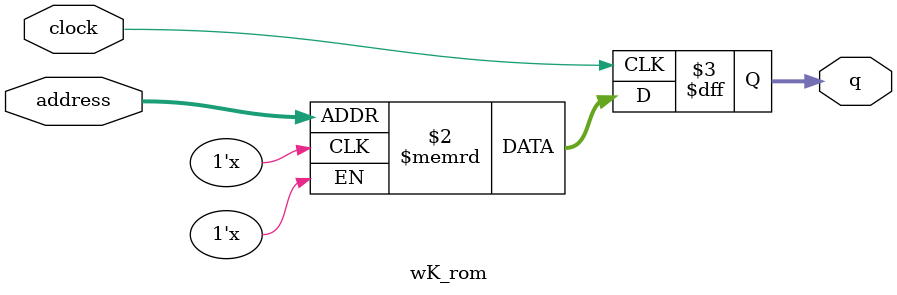
<source format=sv>
module wK_rom (
	input logic clock,
	input logic [11:0] address,
	output logic [3:0] q
);

logic [3:0] memory [0:3599] /* synthesis ram_init_file = "./wK/wK.COE" */;

always_ff @ (posedge clock) begin
	q <= memory[address];
end

endmodule

</source>
